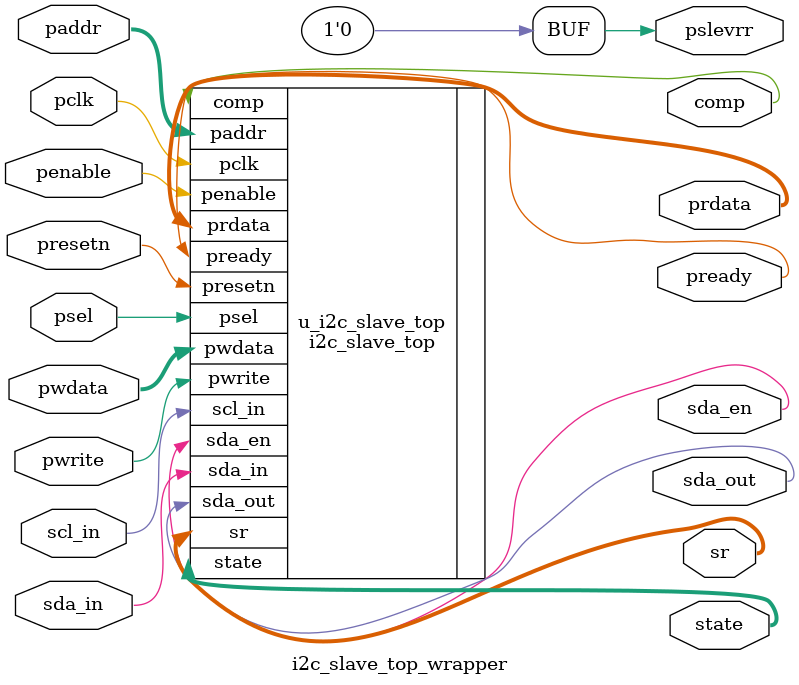
<source format=v>
module i2c_slave_top_wrapper(
	  input  wire      pclk,
    input  wire      presetn,
    input  wire      psel,
    input  wire      penable,
    input  wire      pwrite,
    input  wire      scl_in,
    input  wire      sda_in,
    input  wire[7:0] paddr,
    input  wire[31:0] pwdata,
    
    output wire pslevrr,
    output wire sda_out,
    output wire sda_en,
    output wire pready,
    output wire[31:0] prdata,
    
    //Debug
    output wire[2:0] state,
    output wire[7:0] sr,
    output wire comp

);


  i2c_slave_top u_i2c_slave_top (

    .pclk    ( pclk    ),
    .presetn ( presetn ),
    .psel    ( psel    ),
    .penable ( penable ),
    .pwrite  ( pwrite  ),
    .scl_in  ( scl_in  ),
    .sda_in  ( sda_in  ),
    .paddr   ( paddr   ),
    .pwdata  ( pwdata  ),
    
    
    .sda_out ( sda_out ),
    .sda_en  ( sda_en  ),
    .pready  ( pready  ),
    .prdata  ( prdata  ),
    
    //Debug
    .sr(sr),
    .comp(comp),
    .state(state)

  );
  
  assign pslevrr = 1'b0;

endmodule
</source>
